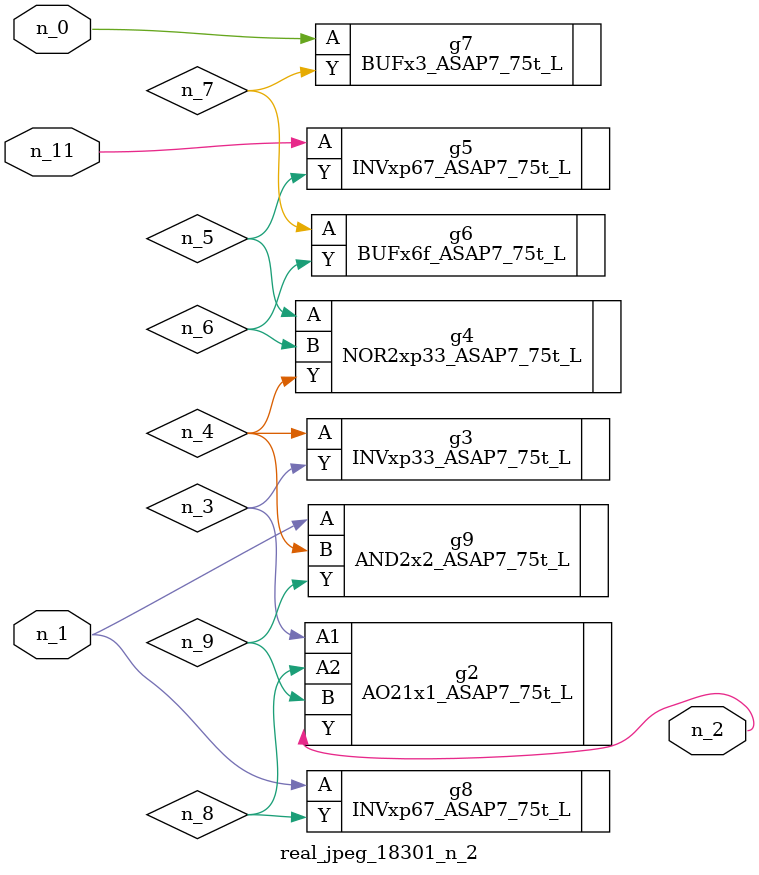
<source format=v>
module real_jpeg_18301_n_2 (n_1, n_11, n_0, n_2);

input n_1;
input n_11;
input n_0;

output n_2;

wire n_5;
wire n_8;
wire n_4;
wire n_6;
wire n_7;
wire n_3;
wire n_9;

BUFx3_ASAP7_75t_L g7 ( 
.A(n_0),
.Y(n_7)
);

INVxp67_ASAP7_75t_L g8 ( 
.A(n_1),
.Y(n_8)
);

AND2x2_ASAP7_75t_L g9 ( 
.A(n_1),
.B(n_4),
.Y(n_9)
);

AO21x1_ASAP7_75t_L g2 ( 
.A1(n_3),
.A2(n_8),
.B(n_9),
.Y(n_2)
);

INVxp33_ASAP7_75t_L g3 ( 
.A(n_4),
.Y(n_3)
);

NOR2xp33_ASAP7_75t_L g4 ( 
.A(n_5),
.B(n_6),
.Y(n_4)
);

BUFx6f_ASAP7_75t_L g6 ( 
.A(n_7),
.Y(n_6)
);

INVxp67_ASAP7_75t_L g5 ( 
.A(n_11),
.Y(n_5)
);


endmodule
</source>
